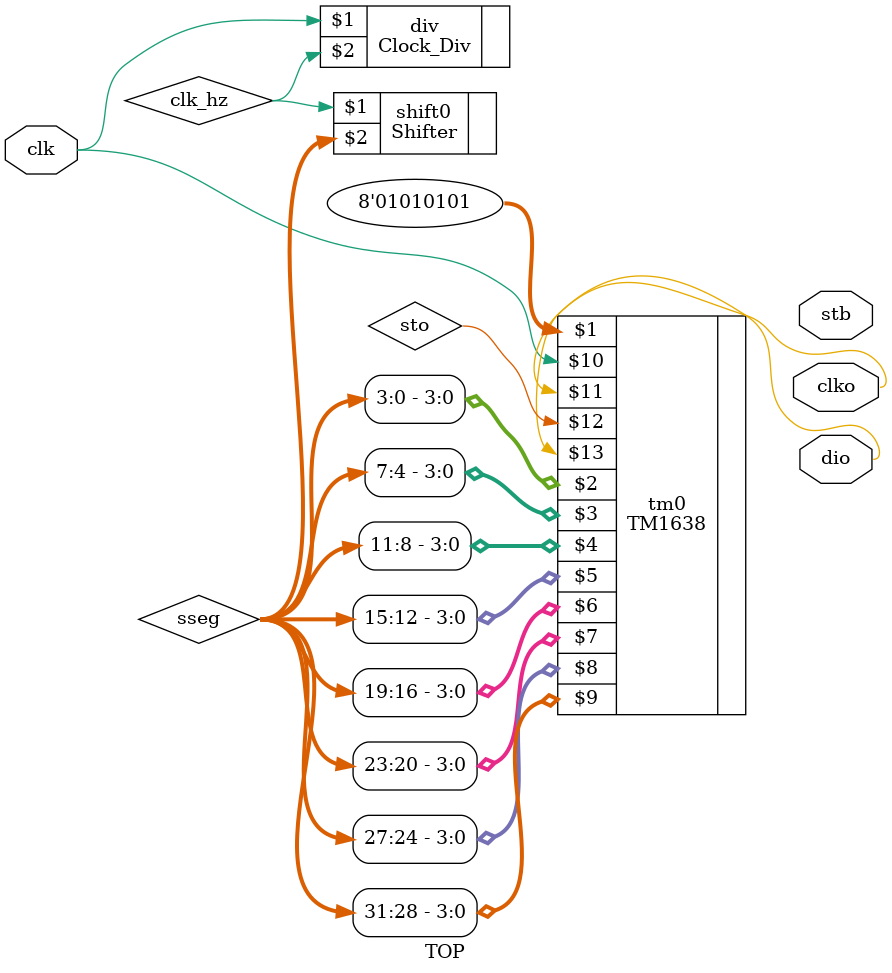
<source format=v>
`timescale 1ns / 1ps
module TOP(
input wire clk,
output wire clko,stb,dio
    );
wire clk_hz;
wire [31:0] sseg;
Clock_Div div(clk, clk_hz);
Shifter shift0(clk_hz, sseg);
TM1638 tm0(
	8'b01010101,
	sseg[3:0],sseg[7:4],sseg[11:8],sseg[15:12],sseg[19:16],sseg[23:20],sseg[27:24],sseg[31:28],
	clk,
	clko,
	sto,
	dio
);


endmodule

</source>
